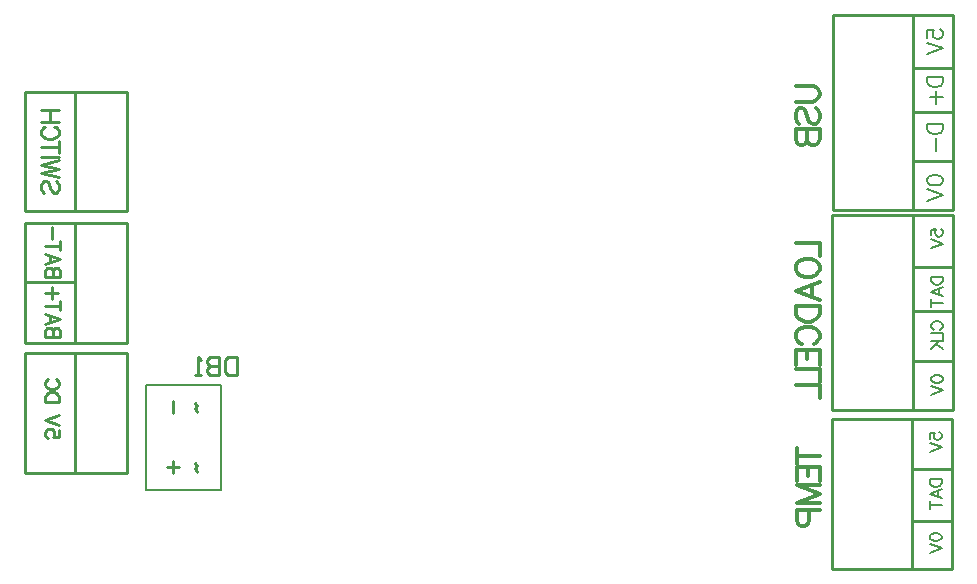
<source format=gbo>
G04*
G04 #@! TF.GenerationSoftware,Altium Limited,Altium Designer,18.1.6 (161)*
G04*
G04 Layer_Color=32896*
%FSTAX24Y24*%
%MOIN*%
G70*
G01*
G75*
%ADD14C,0.0100*%
%ADD15C,0.0079*%
%ADD16C,0.0050*%
%ADD74C,0.0118*%
D14*
X04008Y03318D02*
X04138D01*
X04007Y03147D02*
X04138D01*
X04005Y02987D02*
X04006D01*
Y03487D01*
X04138Y02987D02*
Y03487D01*
X03737Y02987D02*
X04138D01*
X03737D02*
Y03487D01*
X04138D01*
X03739Y04165D02*
X041396D01*
X03739Y03516D02*
Y04165D01*
Y03516D02*
X041396D01*
Y04165D01*
X04007Y03516D02*
Y04165D01*
Y03991D02*
X04138D01*
X04007Y03844D02*
X041396D01*
X04007Y03679D02*
X041396D01*
Y03678D02*
Y03679D01*
X041406Y04344D02*
Y04345D01*
X04008D02*
X041406D01*
X04008Y0451D02*
X041406D01*
X04008Y04657D02*
X04139D01*
X04008Y04182D02*
Y04831D01*
X041406Y04182D02*
Y04831D01*
X0374Y04182D02*
X041406D01*
X0374D02*
Y04831D01*
X041406D01*
X01049Y03705D02*
X01389D01*
X01049Y03305D02*
Y03705D01*
Y03305D02*
X01389D01*
Y03705D01*
X01215Y03305D02*
Y03705D01*
X01051Y03943D02*
X01216D01*
X01215Y03739D02*
Y04139D01*
X01389Y03739D02*
Y04139D01*
X01049Y03739D02*
X01389D01*
X01049D02*
Y04139D01*
X01389D01*
X01047Y04375D02*
Y043765D01*
X01215Y04183D02*
Y04375D01*
Y04183D02*
Y04574D01*
X01387D01*
Y04179D02*
Y04574D01*
X01047Y04179D02*
X01387D01*
X01047D02*
Y04574D01*
X01387D01*
X011612Y03449D02*
Y034265D01*
X01141Y034242D01*
X011432Y034265D01*
X011455Y034332D01*
Y0344D01*
X011432Y034467D01*
X011387Y034512D01*
X01132Y034535D01*
X011275D01*
X011207Y034512D01*
X011162Y034467D01*
X01114Y0344D01*
Y034332D01*
X011162Y034265D01*
X011185Y034242D01*
X01123Y03422D01*
X011612Y034641D02*
X01114Y034821D01*
X011612Y035D02*
X01114Y034821D01*
X011612Y035432D02*
X01114D01*
X011612D02*
Y03559D01*
X01159Y035657D01*
X011545Y035702D01*
X0115Y035725D01*
X011432Y035747D01*
X01132D01*
X011252Y035725D01*
X011207Y035702D01*
X011162Y035657D01*
X01114Y03559D01*
Y035432D01*
X0115Y03619D02*
X011545Y036168D01*
X01159Y036123D01*
X011612Y036078D01*
Y035988D01*
X01159Y035943D01*
X011545Y035898D01*
X0115Y035875D01*
X011432Y035853D01*
X01132D01*
X011252Y035875D01*
X011207Y035898D01*
X011162Y035943D01*
X01114Y035988D01*
Y036078D01*
X011162Y036123D01*
X011207Y036168D01*
X011252Y03619D01*
X0162Y0351D02*
X016133Y035212D01*
X0162Y035302D01*
X016155Y035392D01*
X0162Y0331D02*
X016133Y033212D01*
X0162Y033302D01*
X016155Y033392D01*
X015408Y03505D02*
Y035455D01*
Y033045D02*
Y03345D01*
X01561Y033248D02*
X015205D01*
X011632Y03759D02*
X01116D01*
X011632D02*
Y037792D01*
X01161Y03786D01*
X011587Y037882D01*
X011542Y037905D01*
X011497D01*
X011452Y037882D01*
X01143Y03786D01*
X011407Y037792D01*
Y03759D02*
Y037792D01*
X011385Y03786D01*
X011362Y037882D01*
X011317Y037905D01*
X01125D01*
X011205Y037882D01*
X011182Y03786D01*
X01116Y037792D01*
Y03759D01*
Y03837D02*
X011632Y038191D01*
X01116Y038011D01*
X011317Y038078D02*
Y038303D01*
X011632Y038638D02*
X01116D01*
X011632Y038481D02*
Y038796D01*
X011565Y039054D02*
X01116D01*
X011362Y038852D02*
Y039257D01*
X011632Y03959D02*
X01116D01*
X011632D02*
Y039792D01*
X01161Y03986D01*
X011587Y039882D01*
X011542Y039905D01*
X011497D01*
X011452Y039882D01*
X01143Y03986D01*
X011407Y039792D01*
Y03959D02*
Y039792D01*
X011385Y03986D01*
X011362Y039882D01*
X011317Y039905D01*
X01125D01*
X011205Y039882D01*
X011182Y03986D01*
X01116Y039792D01*
Y03959D01*
Y04037D02*
X011632Y040191D01*
X01116Y040011D01*
X011317Y040078D02*
Y040303D01*
X011632Y040638D02*
X01116D01*
X011632Y040481D02*
Y040796D01*
X011362Y040852D02*
Y041257D01*
X011516Y042784D02*
X011572Y042727D01*
X0116Y042643D01*
Y042531D01*
X011572Y042446D01*
X011516Y04239D01*
X01146D01*
X011404Y042418D01*
X011375Y042446D01*
X011347Y042502D01*
X011291Y042671D01*
X011263Y042727D01*
X011235Y042755D01*
X011179Y042784D01*
X011094D01*
X011038Y042727D01*
X01101Y042643D01*
Y042531D01*
X011038Y042446D01*
X011094Y04239D01*
X0116Y042916D02*
X01101Y043056D01*
X0116Y043197D02*
X01101Y043056D01*
X0116Y043197D02*
X01101Y043337D01*
X0116Y043478D02*
X01101Y043337D01*
X0116Y043596D02*
X01101D01*
X0116Y043917D02*
X01101D01*
X0116Y04372D02*
Y044113D01*
X01146Y044605D02*
X011516Y044577D01*
X011572Y044521D01*
X0116Y044465D01*
Y044352D01*
X011572Y044296D01*
X011516Y04424D01*
X01146Y044212D01*
X011375Y044184D01*
X011235D01*
X011151Y044212D01*
X011094Y04424D01*
X011038Y044296D01*
X01101Y044352D01*
Y044465D01*
X011038Y044521D01*
X011094Y044577D01*
X011151Y044605D01*
X0116Y044771D02*
X01101D01*
X0116Y045165D02*
X01101D01*
X011319Y044771D02*
Y045165D01*
X01754Y03692D02*
Y03632D01*
X01724D01*
X01714Y03642D01*
Y03682D01*
X01724Y03692D01*
X01754D01*
X01694D02*
Y03632D01*
X01664D01*
X01654Y03642D01*
Y03652D01*
X01664Y03662D01*
X01694D01*
X01664D01*
X01654Y03672D01*
Y03682D01*
X01664Y03692D01*
X01694D01*
X01634Y03632D02*
X01614D01*
X01624D01*
Y03692D01*
X01634Y03682D01*
D15*
X040638Y034196D02*
Y034384D01*
X040806Y034403D01*
X040788Y034384D01*
X040769Y034328D01*
Y034271D01*
X040788Y034215D01*
X040825Y034178D01*
X040881Y034159D01*
X040919D01*
X040975Y034178D01*
X041013Y034215D01*
X041031Y034271D01*
Y034328D01*
X041013Y034384D01*
X040994Y034403D01*
X040956Y034421D01*
X040638Y034071D02*
X041031Y033921D01*
X040638Y033771D02*
X041031Y033921D01*
X040678Y040976D02*
Y041164D01*
X040846Y041183D01*
X040828Y041164D01*
X040809Y041108D01*
Y041051D01*
X040828Y040995D01*
X040865Y040958D01*
X040921Y040939D01*
X040959D01*
X041015Y040958D01*
X041053Y040995D01*
X041071Y041051D01*
Y041108D01*
X041053Y041164D01*
X041034Y041183D01*
X040996Y041201D01*
X040678Y040851D02*
X041071Y040701D01*
X040678Y040551D02*
X041071Y040701D01*
X040771Y03783D02*
X040734Y037849D01*
X040696Y037886D01*
X040678Y037924D01*
Y037999D01*
X040696Y038036D01*
X040734Y038074D01*
X040771Y038093D01*
X040828Y038111D01*
X040921D01*
X040978Y038093D01*
X041015Y038074D01*
X041053Y038036D01*
X041071Y037999D01*
Y037924D01*
X041053Y037886D01*
X041015Y037849D01*
X040978Y03783D01*
X040678Y03772D02*
X041071D01*
Y037495D01*
X040678Y037451D02*
X041071D01*
X040678Y037189D02*
X04094Y037451D01*
X040846Y037358D02*
X041071Y037189D01*
X04056Y046261D02*
X041071D01*
X04056D02*
Y046091D01*
X040584Y046018D01*
X040633Y045969D01*
X040681Y045944D01*
X040754Y04592D01*
X040876D01*
X040949Y045944D01*
X040998Y045969D01*
X041047Y046018D01*
X041071Y046091D01*
Y046261D01*
X040633Y045586D02*
X041071D01*
X040852Y045806D02*
Y045367D01*
X040638Y030939D02*
X040656Y030995D01*
X040713Y031033D01*
X040806Y031051D01*
X040863D01*
X040956Y031033D01*
X041013Y030995D01*
X041031Y030939D01*
Y030901D01*
X041013Y030845D01*
X040956Y030808D01*
X040863Y030789D01*
X040806D01*
X040713Y030808D01*
X040656Y030845D01*
X040638Y030901D01*
Y030939D01*
Y030701D02*
X041031Y030551D01*
X040638Y030401D02*
X041031Y030551D01*
X040638Y032861D02*
X041031D01*
X040638D02*
Y03273D01*
X040656Y032674D01*
X040694Y032636D01*
X040731Y032618D01*
X040788Y032599D01*
X040881D01*
X040938Y032618D01*
X040975Y032636D01*
X041013Y032674D01*
X041031Y03273D01*
Y032861D01*
Y032211D02*
X040638Y032361D01*
X041031Y032511D01*
X0409Y032455D02*
Y032267D01*
X040638Y031988D02*
X041031D01*
X040638Y032119D02*
Y031857D01*
X04056Y042835D02*
X040584Y042908D01*
X040657Y042957D01*
X040779Y042981D01*
X040852D01*
X040974Y042957D01*
X041047Y042908D01*
X041071Y042835D01*
Y042786D01*
X041047Y042713D01*
X040974Y042664D01*
X040852Y04264D01*
X040779D01*
X040657Y042664D01*
X040584Y042713D01*
X04056Y042786D01*
Y042835D01*
Y042526D02*
X041071Y042331D01*
X04056Y042136D02*
X041071Y042331D01*
X040678Y039601D02*
X041071D01*
X040678D02*
Y03947D01*
X040696Y039414D01*
X040734Y039376D01*
X040771Y039358D01*
X040828Y039339D01*
X040921D01*
X040978Y039358D01*
X041015Y039376D01*
X041053Y039414D01*
X041071Y03947D01*
Y039601D01*
Y038951D02*
X040678Y039101D01*
X041071Y039251D01*
X04094Y039195D02*
Y039007D01*
X040678Y038728D02*
X041071D01*
X040678Y038859D02*
Y038597D01*
Y036209D02*
X040696Y036265D01*
X040753Y036303D01*
X040846Y036321D01*
X040903D01*
X040996Y036303D01*
X041053Y036265D01*
X041071Y036209D01*
Y036171D01*
X041053Y036115D01*
X040996Y036078D01*
X040903Y036059D01*
X040846D01*
X040753Y036078D01*
X040696Y036115D01*
X040678Y036171D01*
Y036209D01*
Y035971D02*
X041071Y035821D01*
X040678Y035671D02*
X041071Y035821D01*
X04056Y047569D02*
Y047813D01*
X040779Y047837D01*
X040754Y047813D01*
X04073Y047739D01*
Y047666D01*
X040754Y047593D01*
X040803Y047544D01*
X040876Y04752D01*
X040925D01*
X040998Y047544D01*
X041047Y047593D01*
X041071Y047666D01*
Y047739D01*
X041047Y047813D01*
X041023Y047837D01*
X040974Y047861D01*
X04056Y047406D02*
X041071Y047211D01*
X04056Y047016D02*
X041071Y047211D01*
X04056Y044691D02*
X041071D01*
X04056D02*
Y044521D01*
X040584Y044448D01*
X040633Y044399D01*
X040681Y044374D01*
X040754Y04435D01*
X040876D01*
X040949Y044374D01*
X040998Y044399D01*
X041047Y044448D01*
X041071Y044521D01*
Y044691D01*
X040852Y044236D02*
Y043797D01*
D16*
X01451Y036D02*
X01701D01*
Y0325D02*
Y036D01*
X01451Y0325D02*
X01701D01*
X01451D02*
Y036D01*
D74*
X036175Y040732D02*
X036962D01*
Y040282D01*
X036175Y039971D02*
X036212Y040046D01*
X036287Y040121D01*
X036362Y040158D01*
X036475Y040196D01*
X036662D01*
X036774Y040158D01*
X036849Y040121D01*
X036924Y040046D01*
X036962Y039971D01*
Y039821D01*
X036924Y039746D01*
X036849Y039671D01*
X036774Y039634D01*
X036662Y039596D01*
X036475D01*
X036362Y039634D01*
X036287Y039671D01*
X036212Y039746D01*
X036175Y039821D01*
Y039971D01*
X036962Y038813D02*
X036175Y039112D01*
X036962Y039412D01*
X036699Y0393D02*
Y038925D01*
X036175Y038629D02*
X036962D01*
X036175D02*
Y038366D01*
X036212Y038254D01*
X036287Y038179D01*
X036362Y038142D01*
X036475Y038104D01*
X036662D01*
X036774Y038142D01*
X036849Y038179D01*
X036924Y038254D01*
X036962Y038366D01*
Y038629D01*
X036362Y037366D02*
X036287Y037403D01*
X036212Y037478D01*
X036175Y037553D01*
Y037703D01*
X036212Y037778D01*
X036287Y037853D01*
X036362Y03789D01*
X036475Y037928D01*
X036662D01*
X036774Y03789D01*
X036849Y037853D01*
X036924Y037778D01*
X036962Y037703D01*
Y037553D01*
X036924Y037478D01*
X036849Y037403D01*
X036774Y037366D01*
X036175Y036657D02*
Y037144D01*
X036962D01*
Y036657D01*
X03655Y037144D02*
Y036844D01*
X036175Y036526D02*
X036962D01*
Y036076D01*
X036175Y03599D02*
X036962D01*
Y03554D01*
X036195Y033619D02*
X036982D01*
X036195Y033882D02*
Y033357D01*
Y032776D02*
Y033263D01*
X036982D01*
Y032776D01*
X03657Y033263D02*
Y032963D01*
X036195Y032645D02*
X036982D01*
X036195D02*
X036982Y032345D01*
X036195Y032045D02*
X036982Y032345D01*
X036195Y032045D02*
X036982D01*
X036607Y03182D02*
Y031483D01*
X03657Y03137D01*
X036532Y031333D01*
X036457Y031295D01*
X036345D01*
X03627Y031333D01*
X036232Y03137D01*
X036195Y031483D01*
Y03182D01*
X036982D01*
X036175Y045962D02*
X036737D01*
X036849Y045924D01*
X036924Y045849D01*
X036962Y045737D01*
Y045662D01*
X036924Y04555D01*
X036849Y045475D01*
X036737Y045437D01*
X036175D01*
X036287Y044695D02*
X036212Y04477D01*
X036175Y044882D01*
Y045032D01*
X036212Y045145D01*
X036287Y04522D01*
X036362D01*
X036437Y045182D01*
X036475Y045145D01*
X036512Y04507D01*
X036587Y044845D01*
X036625Y04477D01*
X036662Y044732D01*
X036737Y044695D01*
X036849D01*
X036924Y04477D01*
X036962Y044882D01*
Y045032D01*
X036924Y045145D01*
X036849Y04522D01*
X036175Y044519D02*
X036962D01*
X036175D02*
Y044181D01*
X036212Y044069D01*
X03625Y044031D01*
X036325Y043994D01*
X0364D01*
X036475Y044031D01*
X036512Y044069D01*
X03655Y044181D01*
Y044519D02*
Y044181D01*
X036587Y044069D01*
X036625Y044031D01*
X036699Y043994D01*
X036812D01*
X036887Y044031D01*
X036924Y044069D01*
X036962Y044181D01*
Y044519D01*
M02*

</source>
